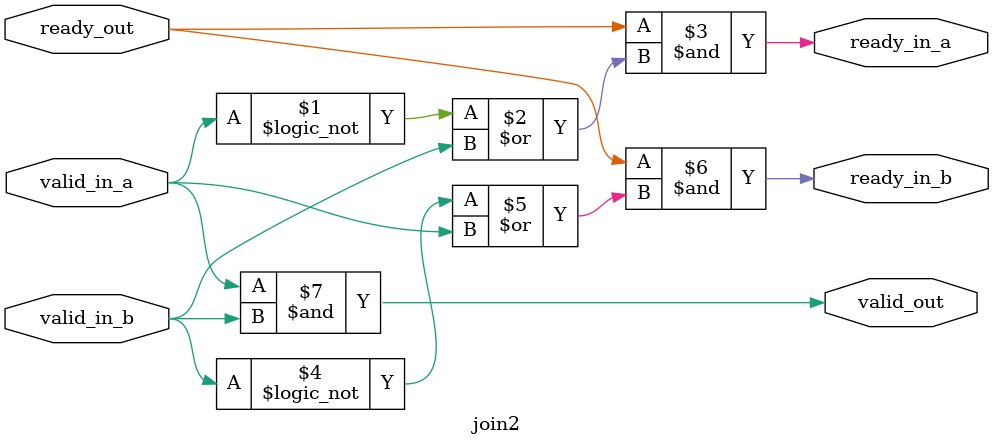
<source format=sv>
/*
    Module:       join2
    Description:
                  Join2 synchronises two sets of input handshake signals with a set of output handshaked signals.
                  If only one of the inputs is valid - we need to stall the valid input and wait
                  for the other input by setting one of the ready bit of the valid input to 0.
                  Note that if (ready_out & valid_in_a & valid_in_b) is 1, then this module is a passthrough
                  +----------------+-----------------+-----------------+-----------------+-----------------+
                  | ready_out      | valid_in_a      | valid_in_b      | ready_in_a      | ready_in_b      |
                  +----------------+-----------------+-----------------+-----------------+-----------------+
                  |              0 |               0 |               0 |               0 |               0 |
                  +----------------+-----------------+-----------------+-----------------+-----------------+
                  |              0 |               0 |               1 |               0 |               0 |
                  +----------------+-----------------+-----------------+-----------------+-----------------+
                  |              0 |               1 |               0 |               0 |               0 |
                  +----------------+-----------------+-----------------+-----------------+-----------------+
                  |              0 |               1 |               1 |               0 |               0 |
                  +----------------+-----------------+-----------------+-----------------+-----------------+
                  |              1 |               0 |               0 |               1 |               1 |
                  +----------------+-----------------+-----------------+-----------------+-----------------+
                  |              1 |               0 |               1 |               1 |               0 |
                  +----------------+-----------------+-----------------+-----------------+-----------------+
                  |              1 |               1 |               0 |               0 |               1 |
                  +----------------+-----------------+-----------------+-----------------+-----------------+
                  |              1 |               1 |               1 |               1 |               1 |
                  +----------------+-----------------+-----------------+-----------------+-----------------
*/

`include "timescale.svh"

module join2 #(
) (
    // upstream ports
    input  logic valid_in_a,
    input  logic valid_in_b,
    output logic ready_in_a,
    output logic ready_in_b,
    // downstream ports
    output logic valid_out,
    input  logic ready_out
);

    assign ready_in_a = ready_out & (!valid_in_a | valid_in_b);
    assign ready_in_b = ready_out & (!valid_in_b | valid_in_a);
    assign valid_out  = valid_in_a & valid_in_b;

endmodule

</source>
